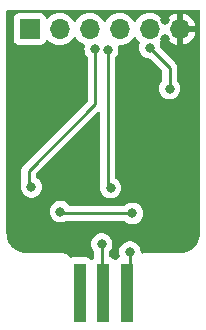
<source format=gbr>
%TF.GenerationSoftware,KiCad,Pcbnew,8.0.6-8.0.6-0~ubuntu22.04.1*%
%TF.CreationDate,2024-11-07T17:30:12-08:00*%
%TF.ProjectId,gbvideo_breakout,67627669-6465-46f5-9f62-7265616b6f75,rev?*%
%TF.SameCoordinates,Original*%
%TF.FileFunction,Copper,L2,Bot*%
%TF.FilePolarity,Positive*%
%FSLAX46Y46*%
G04 Gerber Fmt 4.6, Leading zero omitted, Abs format (unit mm)*
G04 Created by KiCad (PCBNEW 8.0.6-8.0.6-0~ubuntu22.04.1) date 2024-11-07 17:30:12*
%MOMM*%
%LPD*%
G01*
G04 APERTURE LIST*
%TA.AperFunction,ConnectorPad*%
%ADD10R,1.000000X5.000000*%
%TD*%
%TA.AperFunction,ComponentPad*%
%ADD11O,1.700000X1.700000*%
%TD*%
%TA.AperFunction,ComponentPad*%
%ADD12R,1.700000X1.700000*%
%TD*%
%TA.AperFunction,ViaPad*%
%ADD13C,0.800000*%
%TD*%
%TA.AperFunction,Conductor*%
%ADD14C,0.250000*%
%TD*%
G04 APERTURE END LIST*
D10*
%TO.P,GB1,5,SC*%
%TO.N,CLK_5V*%
X146074000Y-90152800D03*
%TO.P,GB1,3,SI*%
%TO.N,RX_5V*%
X144074000Y-90152800D03*
%TO.P,GB1,1,VDD35*%
%TO.N,unconnected-(GB1-VDD35-Pad1)*%
X142074000Y-90152800D03*
%TD*%
D11*
%TO.P,J1,6,Pin_6*%
%TO.N,GND*%
X150551600Y-67851600D03*
%TO.P,J1,5,Pin_5*%
%TO.N,CLK_3V3*%
X148011600Y-67851600D03*
%TO.P,J1,4,Pin_4*%
%TO.N,RX_3V3*%
X145471600Y-67851600D03*
%TO.P,J1,3,Pin_3*%
%TO.N,TX_3V3*%
X142931600Y-67851600D03*
%TO.P,J1,2,Pin_2*%
%TO.N,+3.3V*%
X140391600Y-67851600D03*
D12*
%TO.P,J1,1,Pin_1*%
%TO.N,+5V*%
X137851600Y-67851600D03*
%TD*%
D13*
%TO.N,GND*%
X141198600Y-71501000D03*
X149275800Y-67056000D03*
X149301200Y-68656200D03*
X136474200Y-81635600D03*
X137718800Y-86258400D03*
X141732000Y-84709000D03*
X148971000Y-78613000D03*
X138404600Y-74904600D03*
X141300200Y-73710800D03*
X136448800Y-70332600D03*
X151790400Y-69621400D03*
X147497800Y-75438000D03*
X147624800Y-77495400D03*
X146278600Y-81584800D03*
X136550400Y-83159600D03*
X136525000Y-84963000D03*
X141706600Y-81254600D03*
X146177000Y-85039200D03*
%TO.N,CLK_5V*%
X146335200Y-86698400D03*
%TO.N,RX_5V*%
X143947600Y-86038000D03*
%TO.N,CLK_3V3*%
X149688000Y-72880800D03*
X148011600Y-69426400D03*
%TO.N,RX_3V3*%
X144703800Y-81280000D03*
X144455600Y-69578800D03*
%TO.N,TX_3V3*%
X137997000Y-81205000D03*
X143388800Y-69545200D03*
%TO.N,+5V*%
X146538400Y-83447200D03*
X140442400Y-83294800D03*
%TD*%
D14*
%TO.N,RX_3V3*%
X144703800Y-81280000D02*
X144455600Y-81031800D01*
X144455600Y-81031800D02*
X144455600Y-69578800D01*
%TO.N,TX_3V3*%
X137997000Y-81205000D02*
X137750000Y-80958000D01*
X137750000Y-80958000D02*
X137750000Y-79840400D01*
X137750000Y-79840400D02*
X143388800Y-74201600D01*
X143388800Y-74201600D02*
X143388800Y-69545200D01*
%TO.N,CLK_5V*%
X146335200Y-86698400D02*
X146335200Y-89891600D01*
X146335200Y-89891600D02*
X146074000Y-90152800D01*
%TO.N,RX_5V*%
X143947600Y-86038000D02*
X143947600Y-90026400D01*
X143947600Y-90026400D02*
X144074000Y-90152800D01*
%TO.N,CLK_3V3*%
X149688000Y-72880800D02*
X149688000Y-71102800D01*
X149688000Y-71102800D02*
X148011600Y-69426400D01*
%TO.N,+5V*%
X146538400Y-83447200D02*
X140594800Y-83447200D01*
X140594800Y-83447200D02*
X140442400Y-83294800D01*
%TD*%
%TA.AperFunction,Conductor*%
%TO.N,GND*%
G36*
X152220263Y-66207785D02*
G01*
X152266018Y-66260589D01*
X152277223Y-66312121D01*
X152274596Y-80994876D01*
X152273866Y-85074711D01*
X152273866Y-85074712D01*
X152273858Y-85117871D01*
X152273541Y-85126715D01*
X152257153Y-85355302D01*
X152254632Y-85372811D01*
X152206832Y-85592384D01*
X152201846Y-85609357D01*
X152123284Y-85819906D01*
X152115933Y-85835996D01*
X152008216Y-86033212D01*
X151998651Y-86048093D01*
X151863961Y-86227982D01*
X151852376Y-86241350D01*
X151693458Y-86400245D01*
X151680088Y-86411828D01*
X151500182Y-86546488D01*
X151485300Y-86556051D01*
X151288065Y-86663740D01*
X151271974Y-86671089D01*
X151149664Y-86716706D01*
X151096090Y-86736687D01*
X151061413Y-86749620D01*
X151044439Y-86754603D01*
X150824854Y-86802371D01*
X150807345Y-86804889D01*
X150597693Y-86819887D01*
X150579576Y-86821184D01*
X150570729Y-86821500D01*
X147495153Y-86821500D01*
X147387119Y-86842989D01*
X147317527Y-86836762D01*
X147262350Y-86793898D01*
X147239106Y-86728008D01*
X147239608Y-86708407D01*
X147240660Y-86698400D01*
X147220874Y-86510144D01*
X147162379Y-86330116D01*
X147067733Y-86166184D01*
X146941071Y-86025512D01*
X146941070Y-86025511D01*
X146787934Y-85914251D01*
X146787929Y-85914248D01*
X146615007Y-85837257D01*
X146615002Y-85837255D01*
X146469201Y-85806265D01*
X146429846Y-85797900D01*
X146240554Y-85797900D01*
X146208097Y-85804798D01*
X146055397Y-85837255D01*
X146055392Y-85837257D01*
X145882470Y-85914248D01*
X145882465Y-85914251D01*
X145729329Y-86025511D01*
X145602666Y-86166185D01*
X145508021Y-86330115D01*
X145508018Y-86330122D01*
X145449527Y-86510140D01*
X145449526Y-86510144D01*
X145429740Y-86698400D01*
X145449526Y-86886656D01*
X145449527Y-86886659D01*
X145493492Y-87021970D01*
X145495487Y-87091811D01*
X145459407Y-87151644D01*
X145418895Y-87176470D01*
X145331669Y-87209003D01*
X145331664Y-87209006D01*
X145216455Y-87295252D01*
X145173266Y-87352945D01*
X145117332Y-87394815D01*
X145047640Y-87399799D01*
X144986317Y-87366313D01*
X144974734Y-87352945D01*
X144951805Y-87322317D01*
X144931546Y-87295254D01*
X144931544Y-87295253D01*
X144931544Y-87295252D01*
X144816335Y-87209006D01*
X144816328Y-87209002D01*
X144681482Y-87158708D01*
X144673938Y-87156926D01*
X144674382Y-87155046D01*
X144619281Y-87132214D01*
X144579440Y-87074817D01*
X144573100Y-87035673D01*
X144573100Y-86736687D01*
X144592785Y-86669648D01*
X144604950Y-86653715D01*
X144623491Y-86633122D01*
X144680133Y-86570216D01*
X144774779Y-86406284D01*
X144833274Y-86226256D01*
X144853060Y-86038000D01*
X144833274Y-85849744D01*
X144774779Y-85669716D01*
X144680133Y-85505784D01*
X144553471Y-85365112D01*
X144539969Y-85355302D01*
X144400334Y-85253851D01*
X144400329Y-85253848D01*
X144227407Y-85176857D01*
X144227402Y-85176855D01*
X144081601Y-85145865D01*
X144042246Y-85137500D01*
X143852954Y-85137500D01*
X143820497Y-85144398D01*
X143667797Y-85176855D01*
X143667792Y-85176857D01*
X143494870Y-85253848D01*
X143494865Y-85253851D01*
X143341729Y-85365111D01*
X143215066Y-85505785D01*
X143120421Y-85669715D01*
X143120418Y-85669722D01*
X143065983Y-85837257D01*
X143061926Y-85849744D01*
X143042140Y-86038000D01*
X143061926Y-86226256D01*
X143061927Y-86226259D01*
X143120418Y-86406277D01*
X143120421Y-86406284D01*
X143215067Y-86570216D01*
X143258372Y-86618310D01*
X143290250Y-86653715D01*
X143320480Y-86716706D01*
X143322100Y-86736687D01*
X143322100Y-87154097D01*
X143302415Y-87221136D01*
X143272412Y-87253363D01*
X143216457Y-87295251D01*
X143216453Y-87295254D01*
X143173266Y-87352945D01*
X143117332Y-87394815D01*
X143047640Y-87399799D01*
X142986317Y-87366313D01*
X142974734Y-87352945D01*
X142951805Y-87322317D01*
X142931546Y-87295254D01*
X142931544Y-87295253D01*
X142931544Y-87295252D01*
X142816335Y-87209006D01*
X142816328Y-87209002D01*
X142681482Y-87158708D01*
X142681483Y-87158708D01*
X142621883Y-87152301D01*
X142621881Y-87152300D01*
X142621873Y-87152300D01*
X142621864Y-87152300D01*
X141526129Y-87152300D01*
X141526123Y-87152301D01*
X141466516Y-87158708D01*
X141366863Y-87195877D01*
X141297171Y-87200861D01*
X141235848Y-87167376D01*
X141220427Y-87148585D01*
X141209488Y-87132214D01*
X141195789Y-87111711D01*
X141195787Y-87111708D01*
X141084292Y-87000213D01*
X141084288Y-87000210D01*
X140953185Y-86912609D01*
X140953172Y-86912602D01*
X140807501Y-86852264D01*
X140807489Y-86852261D01*
X140652845Y-86821500D01*
X140652842Y-86821500D01*
X140613562Y-86821500D01*
X137578796Y-86821500D01*
X137569948Y-86821184D01*
X137538877Y-86818961D01*
X137341312Y-86804825D01*
X137323800Y-86802306D01*
X137104171Y-86754521D01*
X137087194Y-86749536D01*
X136876592Y-86670974D01*
X136860498Y-86663623D01*
X136663223Y-86555889D01*
X136648339Y-86546322D01*
X136468411Y-86411611D01*
X136455040Y-86400024D01*
X136296106Y-86241067D01*
X136284521Y-86227694D01*
X136238484Y-86166185D01*
X136149834Y-86047741D01*
X136140276Y-86032866D01*
X136032565Y-85835564D01*
X136025220Y-85819474D01*
X135946691Y-85608862D01*
X135941708Y-85591885D01*
X135893954Y-85372240D01*
X135891439Y-85354733D01*
X135884786Y-85261552D01*
X135875171Y-85126892D01*
X135874857Y-85118083D01*
X135875183Y-83294800D01*
X139536940Y-83294800D01*
X139556726Y-83483056D01*
X139556727Y-83483059D01*
X139615218Y-83663077D01*
X139615221Y-83663084D01*
X139709867Y-83827016D01*
X139836529Y-83967688D01*
X139989665Y-84078948D01*
X139989670Y-84078951D01*
X140162592Y-84155942D01*
X140162597Y-84155944D01*
X140347754Y-84195300D01*
X140347755Y-84195300D01*
X140537044Y-84195300D01*
X140537046Y-84195300D01*
X140722203Y-84155944D01*
X140885090Y-84083420D01*
X140935526Y-84072700D01*
X145834652Y-84072700D01*
X145901691Y-84092385D01*
X145926800Y-84113726D01*
X145932526Y-84120085D01*
X145932530Y-84120089D01*
X146085665Y-84231348D01*
X146085670Y-84231351D01*
X146258592Y-84308342D01*
X146258597Y-84308344D01*
X146443754Y-84347700D01*
X146443755Y-84347700D01*
X146633044Y-84347700D01*
X146633046Y-84347700D01*
X146818203Y-84308344D01*
X146991130Y-84231351D01*
X147144271Y-84120088D01*
X147270933Y-83979416D01*
X147365579Y-83815484D01*
X147424074Y-83635456D01*
X147443860Y-83447200D01*
X147424074Y-83258944D01*
X147365579Y-83078916D01*
X147270933Y-82914984D01*
X147144271Y-82774312D01*
X147144270Y-82774311D01*
X146991134Y-82663051D01*
X146991129Y-82663048D01*
X146818207Y-82586057D01*
X146818202Y-82586055D01*
X146672401Y-82555065D01*
X146633046Y-82546700D01*
X146443754Y-82546700D01*
X146411297Y-82553598D01*
X146258597Y-82586055D01*
X146258592Y-82586057D01*
X146085670Y-82663048D01*
X146085665Y-82663051D01*
X145932530Y-82774310D01*
X145932526Y-82774314D01*
X145926800Y-82780674D01*
X145867313Y-82817321D01*
X145834652Y-82821700D01*
X141280655Y-82821700D01*
X141213616Y-82802015D01*
X141180102Y-82766865D01*
X141178755Y-82767844D01*
X141174934Y-82762585D01*
X141048270Y-82621911D01*
X140895134Y-82510651D01*
X140895129Y-82510648D01*
X140722207Y-82433657D01*
X140722202Y-82433655D01*
X140576401Y-82402665D01*
X140537046Y-82394300D01*
X140347754Y-82394300D01*
X140315297Y-82401198D01*
X140162597Y-82433655D01*
X140162592Y-82433657D01*
X139989670Y-82510648D01*
X139989665Y-82510651D01*
X139836529Y-82621911D01*
X139709866Y-82762585D01*
X139615221Y-82926515D01*
X139615218Y-82926522D01*
X139565703Y-83078915D01*
X139556726Y-83106544D01*
X139536940Y-83294800D01*
X135875183Y-83294800D01*
X135877733Y-69051940D01*
X135878109Y-66953735D01*
X136501100Y-66953735D01*
X136501100Y-68749470D01*
X136501101Y-68749476D01*
X136507508Y-68809083D01*
X136557802Y-68943928D01*
X136557806Y-68943935D01*
X136644052Y-69059144D01*
X136644055Y-69059147D01*
X136759264Y-69145393D01*
X136759271Y-69145397D01*
X136894117Y-69195691D01*
X136894116Y-69195691D01*
X136901044Y-69196435D01*
X136953727Y-69202100D01*
X138749472Y-69202099D01*
X138809083Y-69195691D01*
X138943931Y-69145396D01*
X139059146Y-69059146D01*
X139145396Y-68943931D01*
X139194410Y-68812516D01*
X139236281Y-68756584D01*
X139301745Y-68732166D01*
X139370018Y-68747017D01*
X139398273Y-68768169D01*
X139520199Y-68890095D01*
X139605629Y-68949914D01*
X139713765Y-69025632D01*
X139713767Y-69025633D01*
X139713770Y-69025635D01*
X139927937Y-69125503D01*
X140156192Y-69186663D01*
X140332634Y-69202100D01*
X140391599Y-69207259D01*
X140391600Y-69207259D01*
X140391601Y-69207259D01*
X140450566Y-69202100D01*
X140627008Y-69186663D01*
X140855263Y-69125503D01*
X141069430Y-69025635D01*
X141263001Y-68890095D01*
X141430095Y-68723001D01*
X141560025Y-68537442D01*
X141614602Y-68493817D01*
X141684100Y-68486623D01*
X141746455Y-68518146D01*
X141763175Y-68537442D01*
X141892881Y-68722682D01*
X141893105Y-68723001D01*
X142060199Y-68890095D01*
X142145629Y-68949914D01*
X142253765Y-69025632D01*
X142253767Y-69025633D01*
X142253770Y-69025635D01*
X142464375Y-69123842D01*
X142516813Y-69170013D01*
X142535965Y-69237207D01*
X142529900Y-69274541D01*
X142522117Y-69298495D01*
X142503126Y-69356944D01*
X142483340Y-69545200D01*
X142503126Y-69733456D01*
X142503127Y-69733459D01*
X142561618Y-69913477D01*
X142561621Y-69913484D01*
X142656267Y-70077416D01*
X142675961Y-70099288D01*
X142731450Y-70160915D01*
X142761680Y-70223906D01*
X142763300Y-70243887D01*
X142763300Y-73891147D01*
X142743615Y-73958186D01*
X142726981Y-73978828D01*
X137264144Y-79441664D01*
X137264138Y-79441672D01*
X137195692Y-79544105D01*
X137195684Y-79544119D01*
X137162347Y-79624607D01*
X137156823Y-79637943D01*
X137148537Y-79657945D01*
X137148535Y-79657953D01*
X137124500Y-79778789D01*
X137124500Y-80956559D01*
X137118431Y-80994876D01*
X137111326Y-81016744D01*
X137091540Y-81205000D01*
X137111326Y-81393256D01*
X137111327Y-81393259D01*
X137169818Y-81573277D01*
X137169821Y-81573284D01*
X137264467Y-81737216D01*
X137391129Y-81877888D01*
X137544265Y-81989148D01*
X137544270Y-81989151D01*
X137717192Y-82066142D01*
X137717197Y-82066144D01*
X137902354Y-82105500D01*
X137902355Y-82105500D01*
X138091644Y-82105500D01*
X138091646Y-82105500D01*
X138276803Y-82066144D01*
X138449730Y-81989151D01*
X138602871Y-81877888D01*
X138729533Y-81737216D01*
X138824179Y-81573284D01*
X138882674Y-81393256D01*
X138902460Y-81205000D01*
X138882674Y-81016744D01*
X138824179Y-80836716D01*
X138729533Y-80672784D01*
X138602871Y-80532112D01*
X138551808Y-80495013D01*
X138449733Y-80420851D01*
X138449732Y-80420850D01*
X138449730Y-80420849D01*
X138449060Y-80420551D01*
X138448733Y-80420272D01*
X138444104Y-80417600D01*
X138444592Y-80416753D01*
X138395826Y-80375300D01*
X138375506Y-80308451D01*
X138375500Y-80307273D01*
X138375500Y-80150852D01*
X138395185Y-80083813D01*
X138411819Y-80063171D01*
X143618419Y-74856571D01*
X143679742Y-74823086D01*
X143749434Y-74828070D01*
X143805367Y-74869942D01*
X143829784Y-74935406D01*
X143830100Y-74944252D01*
X143830100Y-81035252D01*
X143824030Y-81073570D01*
X143818126Y-81091744D01*
X143798340Y-81280000D01*
X143818126Y-81468256D01*
X143818127Y-81468259D01*
X143876618Y-81648277D01*
X143876621Y-81648284D01*
X143971267Y-81812216D01*
X144030399Y-81877888D01*
X144097929Y-81952888D01*
X144251065Y-82064148D01*
X144251070Y-82064151D01*
X144423992Y-82141142D01*
X144423997Y-82141144D01*
X144609154Y-82180500D01*
X144609155Y-82180500D01*
X144798444Y-82180500D01*
X144798446Y-82180500D01*
X144983603Y-82141144D01*
X145156530Y-82064151D01*
X145309671Y-81952888D01*
X145436333Y-81812216D01*
X145530979Y-81648284D01*
X145589474Y-81468256D01*
X145609260Y-81280000D01*
X145589474Y-81091744D01*
X145530979Y-80911716D01*
X145436333Y-80747784D01*
X145309671Y-80607112D01*
X145309670Y-80607111D01*
X145156530Y-80495848D01*
X145154654Y-80495013D01*
X145153745Y-80494240D01*
X145150904Y-80492600D01*
X145151204Y-80492080D01*
X145101421Y-80449758D01*
X145081106Y-80382907D01*
X145081100Y-80381738D01*
X145081100Y-70277487D01*
X145100785Y-70210448D01*
X145112950Y-70194515D01*
X145143203Y-70160915D01*
X145188133Y-70111016D01*
X145282779Y-69947084D01*
X145341274Y-69767056D01*
X145361060Y-69578800D01*
X145341274Y-69390544D01*
X145334057Y-69368335D01*
X145332061Y-69298495D01*
X145368141Y-69238662D01*
X145430841Y-69207832D01*
X145462792Y-69206488D01*
X145471600Y-69207259D01*
X145707008Y-69186663D01*
X145935263Y-69125503D01*
X146149430Y-69025635D01*
X146343001Y-68890095D01*
X146510095Y-68723001D01*
X146640025Y-68537442D01*
X146694602Y-68493817D01*
X146764100Y-68486623D01*
X146826455Y-68518146D01*
X146843175Y-68537442D01*
X146973101Y-68722996D01*
X146973106Y-68723002D01*
X147140195Y-68890092D01*
X147140198Y-68890094D01*
X147140199Y-68890095D01*
X147147689Y-68895340D01*
X147191316Y-68949914D01*
X147198512Y-69019412D01*
X147186530Y-69051940D01*
X147187064Y-69052178D01*
X147184421Y-69058113D01*
X147135961Y-69207259D01*
X147125926Y-69238144D01*
X147106140Y-69426400D01*
X147125926Y-69614656D01*
X147125927Y-69614659D01*
X147184418Y-69794677D01*
X147184421Y-69794684D01*
X147279067Y-69958616D01*
X147386034Y-70077414D01*
X147405729Y-70099288D01*
X147558865Y-70210548D01*
X147558870Y-70210551D01*
X147731792Y-70287542D01*
X147731797Y-70287544D01*
X147916954Y-70326900D01*
X147976148Y-70326900D01*
X148043187Y-70346585D01*
X148063829Y-70363219D01*
X149026181Y-71325571D01*
X149059666Y-71386894D01*
X149062500Y-71413252D01*
X149062500Y-72182112D01*
X149042815Y-72249151D01*
X149030650Y-72265084D01*
X148955466Y-72348584D01*
X148860821Y-72512515D01*
X148860818Y-72512522D01*
X148802327Y-72692540D01*
X148802326Y-72692544D01*
X148782540Y-72880800D01*
X148802326Y-73069056D01*
X148802327Y-73069059D01*
X148860818Y-73249077D01*
X148860821Y-73249084D01*
X148955467Y-73413016D01*
X149082129Y-73553688D01*
X149235265Y-73664948D01*
X149235270Y-73664951D01*
X149408192Y-73741942D01*
X149408197Y-73741944D01*
X149593354Y-73781300D01*
X149593355Y-73781300D01*
X149782644Y-73781300D01*
X149782646Y-73781300D01*
X149967803Y-73741944D01*
X150140730Y-73664951D01*
X150293871Y-73553688D01*
X150420533Y-73413016D01*
X150515179Y-73249084D01*
X150573674Y-73069056D01*
X150593460Y-72880800D01*
X150573674Y-72692544D01*
X150515179Y-72512516D01*
X150420533Y-72348584D01*
X150345350Y-72265084D01*
X150315120Y-72202092D01*
X150313500Y-72182112D01*
X150313500Y-71170541D01*
X150313501Y-71170520D01*
X150313501Y-71041191D01*
X150289464Y-70920355D01*
X150289463Y-70920349D01*
X150242312Y-70806515D01*
X150173858Y-70704067D01*
X150173855Y-70704063D01*
X148950560Y-69480769D01*
X148917075Y-69419446D01*
X148914923Y-69406068D01*
X148897274Y-69238144D01*
X148838779Y-69058116D01*
X148838776Y-69058110D01*
X148836138Y-69052186D01*
X148837467Y-69051593D01*
X148822768Y-68991031D01*
X148845613Y-68925002D01*
X148875506Y-68895342D01*
X148883001Y-68890095D01*
X149050095Y-68723001D01*
X149180330Y-68537005D01*
X149234907Y-68493381D01*
X149304405Y-68486187D01*
X149366760Y-68517710D01*
X149383479Y-68537005D01*
X149513490Y-68722678D01*
X149680517Y-68889705D01*
X149874021Y-69025200D01*
X150088107Y-69125029D01*
X150088116Y-69125033D01*
X150301600Y-69182234D01*
X150301600Y-68284612D01*
X150358607Y-68317525D01*
X150485774Y-68351600D01*
X150617426Y-68351600D01*
X150744593Y-68317525D01*
X150801600Y-68284612D01*
X150801600Y-69182233D01*
X151015083Y-69125033D01*
X151015092Y-69125029D01*
X151229178Y-69025200D01*
X151422682Y-68889705D01*
X151589705Y-68722682D01*
X151725200Y-68529178D01*
X151825029Y-68315092D01*
X151825032Y-68315086D01*
X151882236Y-68101600D01*
X150984612Y-68101600D01*
X151017525Y-68044593D01*
X151051600Y-67917426D01*
X151051600Y-67785774D01*
X151017525Y-67658607D01*
X150984612Y-67601600D01*
X151882236Y-67601600D01*
X151882235Y-67601599D01*
X151825032Y-67388113D01*
X151825029Y-67388107D01*
X151725200Y-67174022D01*
X151725199Y-67174020D01*
X151589713Y-66980526D01*
X151589708Y-66980520D01*
X151422682Y-66813494D01*
X151229178Y-66677999D01*
X151015092Y-66578170D01*
X151015086Y-66578167D01*
X150801600Y-66520964D01*
X150801600Y-67418588D01*
X150744593Y-67385675D01*
X150617426Y-67351600D01*
X150485774Y-67351600D01*
X150358607Y-67385675D01*
X150301600Y-67418588D01*
X150301600Y-66520964D01*
X150301599Y-66520964D01*
X150088113Y-66578167D01*
X150088107Y-66578170D01*
X149874022Y-66677999D01*
X149874020Y-66678000D01*
X149680526Y-66813486D01*
X149680520Y-66813491D01*
X149513491Y-66980520D01*
X149513490Y-66980522D01*
X149383480Y-67166195D01*
X149328903Y-67209819D01*
X149259404Y-67217012D01*
X149197050Y-67185490D01*
X149180330Y-67166194D01*
X149050094Y-66980197D01*
X148883002Y-66813106D01*
X148882995Y-66813101D01*
X148689434Y-66677567D01*
X148689430Y-66677565D01*
X148689428Y-66677564D01*
X148475263Y-66577697D01*
X148475259Y-66577696D01*
X148475255Y-66577694D01*
X148247013Y-66516538D01*
X148247003Y-66516536D01*
X148011601Y-66495941D01*
X148011599Y-66495941D01*
X147776196Y-66516536D01*
X147776186Y-66516538D01*
X147547944Y-66577694D01*
X147547935Y-66577698D01*
X147333771Y-66677564D01*
X147333769Y-66677565D01*
X147140197Y-66813105D01*
X146973105Y-66980197D01*
X146843175Y-67165758D01*
X146788598Y-67209383D01*
X146719100Y-67216577D01*
X146656745Y-67185054D01*
X146640025Y-67165758D01*
X146510094Y-66980197D01*
X146343002Y-66813106D01*
X146342995Y-66813101D01*
X146149434Y-66677567D01*
X146149430Y-66677565D01*
X146149428Y-66677564D01*
X145935263Y-66577697D01*
X145935259Y-66577696D01*
X145935255Y-66577694D01*
X145707013Y-66516538D01*
X145707003Y-66516536D01*
X145471601Y-66495941D01*
X145471599Y-66495941D01*
X145236196Y-66516536D01*
X145236186Y-66516538D01*
X145007944Y-66577694D01*
X145007935Y-66577698D01*
X144793771Y-66677564D01*
X144793769Y-66677565D01*
X144600197Y-66813105D01*
X144433105Y-66980197D01*
X144303175Y-67165758D01*
X144248598Y-67209383D01*
X144179100Y-67216577D01*
X144116745Y-67185054D01*
X144100025Y-67165758D01*
X143970094Y-66980197D01*
X143803002Y-66813106D01*
X143802995Y-66813101D01*
X143609434Y-66677567D01*
X143609430Y-66677565D01*
X143609428Y-66677564D01*
X143395263Y-66577697D01*
X143395259Y-66577696D01*
X143395255Y-66577694D01*
X143167013Y-66516538D01*
X143167003Y-66516536D01*
X142931601Y-66495941D01*
X142931599Y-66495941D01*
X142696196Y-66516536D01*
X142696186Y-66516538D01*
X142467944Y-66577694D01*
X142467935Y-66577698D01*
X142253771Y-66677564D01*
X142253769Y-66677565D01*
X142060197Y-66813105D01*
X141893105Y-66980197D01*
X141763175Y-67165758D01*
X141708598Y-67209383D01*
X141639100Y-67216577D01*
X141576745Y-67185054D01*
X141560025Y-67165758D01*
X141430094Y-66980197D01*
X141263002Y-66813106D01*
X141262995Y-66813101D01*
X141069434Y-66677567D01*
X141069430Y-66677565D01*
X141069428Y-66677564D01*
X140855263Y-66577697D01*
X140855259Y-66577696D01*
X140855255Y-66577694D01*
X140627013Y-66516538D01*
X140627003Y-66516536D01*
X140391601Y-66495941D01*
X140391599Y-66495941D01*
X140156196Y-66516536D01*
X140156186Y-66516538D01*
X139927944Y-66577694D01*
X139927935Y-66577698D01*
X139713771Y-66677564D01*
X139713769Y-66677565D01*
X139520200Y-66813103D01*
X139398273Y-66935030D01*
X139336950Y-66968514D01*
X139267258Y-66963530D01*
X139211325Y-66921658D01*
X139194410Y-66890681D01*
X139145397Y-66759271D01*
X139145393Y-66759264D01*
X139059147Y-66644055D01*
X139059144Y-66644052D01*
X138943935Y-66557806D01*
X138943928Y-66557802D01*
X138809082Y-66507508D01*
X138809083Y-66507508D01*
X138749483Y-66501101D01*
X138749481Y-66501100D01*
X138749473Y-66501100D01*
X138749464Y-66501100D01*
X136953729Y-66501100D01*
X136953723Y-66501101D01*
X136894116Y-66507508D01*
X136759271Y-66557802D01*
X136759264Y-66557806D01*
X136644055Y-66644052D01*
X136644052Y-66644055D01*
X136557806Y-66759264D01*
X136557802Y-66759271D01*
X136507508Y-66894117D01*
X136501101Y-66953716D01*
X136501100Y-66953735D01*
X135878109Y-66953735D01*
X135878224Y-66312078D01*
X135897921Y-66245042D01*
X135950733Y-66199296D01*
X136002224Y-66188100D01*
X152153224Y-66188100D01*
X152220263Y-66207785D01*
G37*
%TD.AperFunction*%
%TD*%
M02*

</source>
